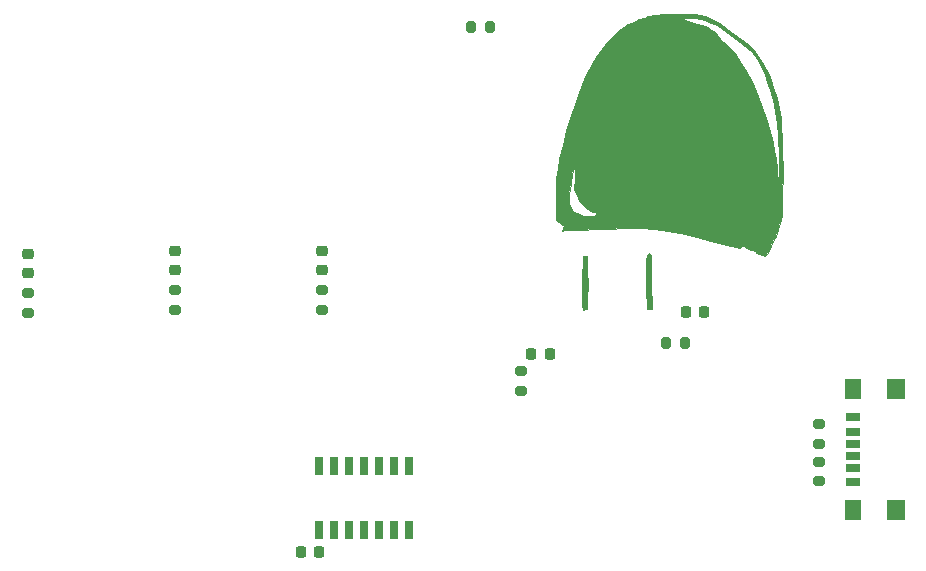
<source format=gbr>
%TF.GenerationSoftware,KiCad,Pcbnew,7.0.2*%
%TF.CreationDate,2023-05-26T00:09:40+09:00*%
%TF.ProjectId,JinBoard,4a696e42-6f61-4726-942e-6b696361645f,rev?*%
%TF.SameCoordinates,Original*%
%TF.FileFunction,Paste,Top*%
%TF.FilePolarity,Positive*%
%FSLAX46Y46*%
G04 Gerber Fmt 4.6, Leading zero omitted, Abs format (unit mm)*
G04 Created by KiCad (PCBNEW 7.0.2) date 2023-05-26 00:09:40*
%MOMM*%
%LPD*%
G01*
G04 APERTURE LIST*
G04 Aperture macros list*
%AMRoundRect*
0 Rectangle with rounded corners*
0 $1 Rounding radius*
0 $2 $3 $4 $5 $6 $7 $8 $9 X,Y pos of 4 corners*
0 Add a 4 corners polygon primitive as box body*
4,1,4,$2,$3,$4,$5,$6,$7,$8,$9,$2,$3,0*
0 Add four circle primitives for the rounded corners*
1,1,$1+$1,$2,$3*
1,1,$1+$1,$4,$5*
1,1,$1+$1,$6,$7*
1,1,$1+$1,$8,$9*
0 Add four rect primitives between the rounded corners*
20,1,$1+$1,$2,$3,$4,$5,0*
20,1,$1+$1,$4,$5,$6,$7,0*
20,1,$1+$1,$6,$7,$8,$9,0*
20,1,$1+$1,$8,$9,$2,$3,0*%
G04 Aperture macros list end*
%ADD10C,0.084381*%
%ADD11RoundRect,0.218750X0.256250X-0.218750X0.256250X0.218750X-0.256250X0.218750X-0.256250X-0.218750X0*%
%ADD12R,0.650000X1.500000*%
%ADD13RoundRect,0.200000X-0.275000X0.200000X-0.275000X-0.200000X0.275000X-0.200000X0.275000X0.200000X0*%
%ADD14RoundRect,0.218750X-0.218750X-0.256250X0.218750X-0.256250X0.218750X0.256250X-0.218750X0.256250X0*%
%ADD15RoundRect,0.225000X0.225000X0.250000X-0.225000X0.250000X-0.225000X-0.250000X0.225000X-0.250000X0*%
%ADD16RoundRect,0.200000X0.275000X-0.200000X0.275000X0.200000X-0.275000X0.200000X-0.275000X-0.200000X0*%
%ADD17RoundRect,0.200000X-0.200000X-0.275000X0.200000X-0.275000X0.200000X0.275000X-0.200000X0.275000X0*%
%ADD18RoundRect,0.200000X0.200000X0.275000X-0.200000X0.275000X-0.200000X-0.275000X0.200000X-0.275000X0*%
%ADD19R,1.200000X0.700000*%
%ADD20R,1.200000X0.760000*%
%ADD21R,1.200000X0.800000*%
%ADD22R,1.350000X1.800000*%
%ADD23R,1.500000X1.800000*%
G04 APERTURE END LIST*
%TO.C,REF\u002A\u002A*%
D10*
X168746495Y-103344919D02*
X168827222Y-103501644D01*
X168883038Y-105716660D01*
X168938855Y-107931675D01*
X168531209Y-107931675D01*
X168469067Y-106191029D01*
X168406918Y-104450396D01*
X168450696Y-103904942D01*
X168494473Y-103359490D01*
X168665768Y-103188191D01*
X168746495Y-103344919D01*
G36*
X168746495Y-103344919D02*
G01*
X168827222Y-103501644D01*
X168883038Y-105716660D01*
X168938855Y-107931675D01*
X168531209Y-107931675D01*
X168469067Y-106191029D01*
X168406918Y-104450396D01*
X168450696Y-103904942D01*
X168494473Y-103359490D01*
X168665768Y-103188191D01*
X168746495Y-103344919D01*
G37*
X163461564Y-104699423D02*
X163491963Y-105948698D01*
X163449773Y-106960386D01*
X163407593Y-107972073D01*
X163259667Y-108000292D01*
X163111748Y-108028511D01*
X163068307Y-107915348D01*
X163024876Y-107802181D01*
X163047467Y-105651905D01*
X163070065Y-103501627D01*
X163250611Y-103475887D01*
X163431164Y-103450148D01*
X163461564Y-104699423D01*
G36*
X163461564Y-104699423D02*
G01*
X163491963Y-105948698D01*
X163449773Y-106960386D01*
X163407593Y-107972073D01*
X163259667Y-108000292D01*
X163111748Y-108028511D01*
X163068307Y-107915348D01*
X163024876Y-107802181D01*
X163047467Y-105651905D01*
X163070065Y-103501627D01*
X163250611Y-103475887D01*
X163431164Y-103450148D01*
X163461564Y-104699423D01*
G37*
X172994511Y-83039653D02*
X173449269Y-83124402D01*
X173967068Y-83377617D01*
X174484860Y-83630831D01*
X175663602Y-84505713D01*
X176841824Y-85380078D01*
X177199429Y-85703056D01*
X177557027Y-86026034D01*
X177920827Y-86536596D01*
X178284116Y-87047160D01*
X178587453Y-87671411D01*
X178890279Y-88295662D01*
X179187421Y-89190181D01*
X179484555Y-90084700D01*
X179651471Y-90928577D01*
X179818387Y-91772453D01*
X179911961Y-94135122D01*
X180004979Y-96497769D01*
X179967259Y-98312128D01*
X179929539Y-100126488D01*
X179669087Y-100941942D01*
X179408635Y-101757914D01*
X179138882Y-102418854D01*
X178869130Y-103079796D01*
X178678960Y-103279783D01*
X178493962Y-103473053D01*
X177752408Y-103234823D01*
X177752408Y-103087027D01*
X177395840Y-102983673D01*
X177039273Y-102880837D01*
X176780377Y-102727873D01*
X176521992Y-102574911D01*
X176454816Y-102683432D01*
X176387639Y-102791952D01*
X175635747Y-102627621D01*
X174883336Y-102462773D01*
X173627080Y-102118090D01*
X172370824Y-101773409D01*
X171349179Y-101556885D01*
X170327016Y-101340878D01*
X169145695Y-101220472D01*
X167964375Y-101100067D01*
X167722531Y-101098467D01*
X167480168Y-101096968D01*
X167483769Y-101113508D01*
X167104466Y-101094908D01*
X167081219Y-101071657D01*
X164695836Y-101182760D01*
X162310967Y-101294382D01*
X161867585Y-101301083D01*
X161424718Y-101307783D01*
X161424718Y-101368242D01*
X161335839Y-101327932D01*
X161388028Y-101164118D01*
X161446938Y-100978600D01*
X161119309Y-100703165D01*
X160791680Y-100427729D01*
X160796967Y-99076950D01*
X161931111Y-99076950D01*
X162054101Y-99372023D01*
X162177609Y-99667095D01*
X162623578Y-99874836D01*
X163070061Y-100082575D01*
X163539284Y-100083574D01*
X164007989Y-100084091D01*
X164169221Y-99966786D01*
X164169221Y-99966269D01*
X164329934Y-99848963D01*
X163953213Y-99737341D01*
X163576493Y-99625202D01*
X163182721Y-99223677D01*
X162788430Y-98821634D01*
X162558469Y-98350346D01*
X162327992Y-97879572D01*
X162381734Y-96999006D01*
X162435475Y-96118441D01*
X162271657Y-96118441D01*
X162230836Y-96308125D01*
X162189496Y-96497778D01*
X162060303Y-97351990D01*
X161931111Y-98205685D01*
X161931111Y-99076950D01*
X160796967Y-99076950D01*
X160798379Y-98716206D01*
X160804578Y-97004166D01*
X160946172Y-96122566D01*
X161087765Y-95240450D01*
X161381287Y-94050343D01*
X161674809Y-92859718D01*
X162254620Y-91134761D01*
X162833913Y-89409801D01*
X163108830Y-88777282D01*
X163383748Y-88144245D01*
X163805943Y-87400623D01*
X164228139Y-86656482D01*
X164735085Y-85966085D01*
X165242032Y-85275170D01*
X165590329Y-84908785D01*
X165939145Y-84541883D01*
X166922024Y-83868022D01*
X167400029Y-83656665D01*
X167878033Y-83445309D01*
X168258893Y-83316118D01*
X168307371Y-83299585D01*
X171424069Y-83299585D01*
X171725339Y-83459265D01*
X172027135Y-83618429D01*
X172751637Y-83822551D01*
X173475621Y-84026673D01*
X173859578Y-84251465D01*
X174243535Y-84476774D01*
X174521550Y-84816805D01*
X174799054Y-85156319D01*
X175371114Y-85718558D01*
X175943173Y-86280281D01*
X176208791Y-86706095D01*
X176474408Y-87131392D01*
X176829427Y-87680199D01*
X177183926Y-88228486D01*
X177397870Y-88654817D01*
X177611813Y-89081664D01*
X177920323Y-89962748D01*
X178228314Y-90844348D01*
X178637593Y-92025671D01*
X179046872Y-93206993D01*
X179177098Y-93843130D01*
X179307843Y-94479784D01*
X179394147Y-95235809D01*
X179480969Y-95991835D01*
X179481488Y-96399561D01*
X179482487Y-96807289D01*
X179587910Y-96771629D01*
X179693333Y-96736490D01*
X179665425Y-95014115D01*
X179664906Y-95014115D01*
X179636998Y-93291222D01*
X179513493Y-92236508D01*
X179389989Y-91181791D01*
X179174496Y-90299158D01*
X178958493Y-89416524D01*
X178712514Y-88749381D01*
X178466534Y-88082239D01*
X177874325Y-86901949D01*
X177624730Y-86539181D01*
X177374615Y-86175896D01*
X176930714Y-85799691D01*
X176486813Y-85422970D01*
X175473958Y-84693815D01*
X174461613Y-83964144D01*
X173955182Y-83712997D01*
X173448750Y-83461849D01*
X172994511Y-83377100D01*
X172539761Y-83292351D01*
X171981656Y-83295968D01*
X171424069Y-83299585D01*
X168307371Y-83299585D01*
X168639233Y-83186410D01*
X169272267Y-83073755D01*
X169905301Y-82960584D01*
X171222531Y-82957484D01*
X172540280Y-82954904D01*
X172994511Y-83039653D01*
G36*
X172994511Y-83039653D02*
G01*
X173449269Y-83124402D01*
X173967068Y-83377617D01*
X174484860Y-83630831D01*
X175663602Y-84505713D01*
X176841824Y-85380078D01*
X177199429Y-85703056D01*
X177557027Y-86026034D01*
X177920827Y-86536596D01*
X178284116Y-87047160D01*
X178587453Y-87671411D01*
X178890279Y-88295662D01*
X179187421Y-89190181D01*
X179484555Y-90084700D01*
X179651471Y-90928577D01*
X179818387Y-91772453D01*
X179911961Y-94135122D01*
X180004979Y-96497769D01*
X179967259Y-98312128D01*
X179929539Y-100126488D01*
X179669087Y-100941942D01*
X179408635Y-101757914D01*
X179138882Y-102418854D01*
X178869130Y-103079796D01*
X178678960Y-103279783D01*
X178493962Y-103473053D01*
X177752408Y-103234823D01*
X177752408Y-103087027D01*
X177395840Y-102983673D01*
X177039273Y-102880837D01*
X176780377Y-102727873D01*
X176521992Y-102574911D01*
X176454816Y-102683432D01*
X176387639Y-102791952D01*
X175635747Y-102627621D01*
X174883336Y-102462773D01*
X173627080Y-102118090D01*
X172370824Y-101773409D01*
X171349179Y-101556885D01*
X170327016Y-101340878D01*
X169145695Y-101220472D01*
X167964375Y-101100067D01*
X167722531Y-101098467D01*
X167480168Y-101096968D01*
X167483769Y-101113508D01*
X167104466Y-101094908D01*
X167081219Y-101071657D01*
X164695836Y-101182760D01*
X162310967Y-101294382D01*
X161867585Y-101301083D01*
X161424718Y-101307783D01*
X161424718Y-101368242D01*
X161335839Y-101327932D01*
X161388028Y-101164118D01*
X161446938Y-100978600D01*
X161119309Y-100703165D01*
X160791680Y-100427729D01*
X160796967Y-99076950D01*
X161931111Y-99076950D01*
X162054101Y-99372023D01*
X162177609Y-99667095D01*
X162623578Y-99874836D01*
X163070061Y-100082575D01*
X163539284Y-100083574D01*
X164007989Y-100084091D01*
X164169221Y-99966786D01*
X164169221Y-99966269D01*
X164329934Y-99848963D01*
X163953213Y-99737341D01*
X163576493Y-99625202D01*
X163182721Y-99223677D01*
X162788430Y-98821634D01*
X162558469Y-98350346D01*
X162327992Y-97879572D01*
X162381734Y-96999006D01*
X162435475Y-96118441D01*
X162271657Y-96118441D01*
X162230836Y-96308125D01*
X162189496Y-96497778D01*
X162060303Y-97351990D01*
X161931111Y-98205685D01*
X161931111Y-99076950D01*
X160796967Y-99076950D01*
X160798379Y-98716206D01*
X160804578Y-97004166D01*
X160946172Y-96122566D01*
X161087765Y-95240450D01*
X161381287Y-94050343D01*
X161674809Y-92859718D01*
X162254620Y-91134761D01*
X162833913Y-89409801D01*
X163108830Y-88777282D01*
X163383748Y-88144245D01*
X163805943Y-87400623D01*
X164228139Y-86656482D01*
X164735085Y-85966085D01*
X165242032Y-85275170D01*
X165590329Y-84908785D01*
X165939145Y-84541883D01*
X166922024Y-83868022D01*
X167400029Y-83656665D01*
X167878033Y-83445309D01*
X168258893Y-83316118D01*
X168307371Y-83299585D01*
X171424069Y-83299585D01*
X171725339Y-83459265D01*
X172027135Y-83618429D01*
X172751637Y-83822551D01*
X173475621Y-84026673D01*
X173859578Y-84251465D01*
X174243535Y-84476774D01*
X174521550Y-84816805D01*
X174799054Y-85156319D01*
X175371114Y-85718558D01*
X175943173Y-86280281D01*
X176208791Y-86706095D01*
X176474408Y-87131392D01*
X176829427Y-87680199D01*
X177183926Y-88228486D01*
X177397870Y-88654817D01*
X177611813Y-89081664D01*
X177920323Y-89962748D01*
X178228314Y-90844348D01*
X178637593Y-92025671D01*
X179046872Y-93206993D01*
X179177098Y-93843130D01*
X179307843Y-94479784D01*
X179394147Y-95235809D01*
X179480969Y-95991835D01*
X179481488Y-96399561D01*
X179482487Y-96807289D01*
X179587910Y-96771629D01*
X179693333Y-96736490D01*
X179665425Y-95014115D01*
X179664906Y-95014115D01*
X179636998Y-93291222D01*
X179513493Y-92236508D01*
X179389989Y-91181791D01*
X179174496Y-90299158D01*
X178958493Y-89416524D01*
X178712514Y-88749381D01*
X178466534Y-88082239D01*
X177874325Y-86901949D01*
X177624730Y-86539181D01*
X177374615Y-86175896D01*
X176930714Y-85799691D01*
X176486813Y-85422970D01*
X175473958Y-84693815D01*
X174461613Y-83964144D01*
X173955182Y-83712997D01*
X173448750Y-83461849D01*
X172994511Y-83377100D01*
X172539761Y-83292351D01*
X171981656Y-83295968D01*
X171424069Y-83299585D01*
X168307371Y-83299585D01*
X168639233Y-83186410D01*
X169272267Y-83073755D01*
X169905301Y-82960584D01*
X171222531Y-82957484D01*
X172540280Y-82954904D01*
X172994511Y-83039653D01*
G37*
%TD*%
D11*
%TO.C,D3*%
X140970000Y-104673500D03*
X140970000Y-103098500D03*
%TD*%
%TO.C,D1*%
X116078000Y-104902000D03*
X116078000Y-103327000D03*
%TD*%
D12*
%TO.C,IC1*%
X140716000Y-126652000D03*
X141986000Y-126652000D03*
X143256000Y-126652000D03*
X144526000Y-126652000D03*
X145796000Y-126652000D03*
X147066000Y-126652000D03*
X148336000Y-126652000D03*
X148336000Y-121252000D03*
X147066000Y-121252000D03*
X145796000Y-121252000D03*
X144526000Y-121252000D03*
X143256000Y-121252000D03*
X141986000Y-121252000D03*
X140716000Y-121252000D03*
%TD*%
D13*
%TO.C,R6*%
X140970000Y-106363000D03*
X140970000Y-108013000D03*
%TD*%
D14*
%TO.C,D4*%
X158724500Y-111760000D03*
X160299500Y-111760000D03*
%TD*%
D13*
%TO.C,R7*%
X157861000Y-113221000D03*
X157861000Y-114871000D03*
%TD*%
D15*
%TO.C,C1*%
X140729000Y-128524000D03*
X139179000Y-128524000D03*
%TD*%
D14*
%TO.C,D5*%
X171805500Y-108204000D03*
X173380500Y-108204000D03*
%TD*%
D16*
%TO.C,R1*%
X183118500Y-119380000D03*
X183118500Y-117730000D03*
%TD*%
D17*
%TO.C,R3*%
X153607000Y-84074000D03*
X155257000Y-84074000D03*
%TD*%
D18*
%TO.C,R8*%
X171767000Y-110871000D03*
X170117000Y-110871000D03*
%TD*%
D11*
%TO.C,D2*%
X128524000Y-104648000D03*
X128524000Y-103073000D03*
%TD*%
D19*
%TO.C,J2*%
X185928000Y-120388000D03*
D20*
X185928000Y-118368000D03*
D21*
X185928000Y-117138000D03*
D19*
X185928000Y-119388000D03*
D20*
X185928000Y-121408000D03*
D21*
X185928000Y-122638000D03*
D22*
X185983000Y-125013000D03*
D23*
X189563000Y-125013000D03*
D22*
X185983000Y-114763000D03*
D23*
X189563000Y-114763000D03*
%TD*%
D13*
%TO.C,R4*%
X116078000Y-106617000D03*
X116078000Y-108267000D03*
%TD*%
%TO.C,R2*%
X183118500Y-120904000D03*
X183118500Y-122554000D03*
%TD*%
%TO.C,R5*%
X128524000Y-106363000D03*
X128524000Y-108013000D03*
%TD*%
M02*

</source>
